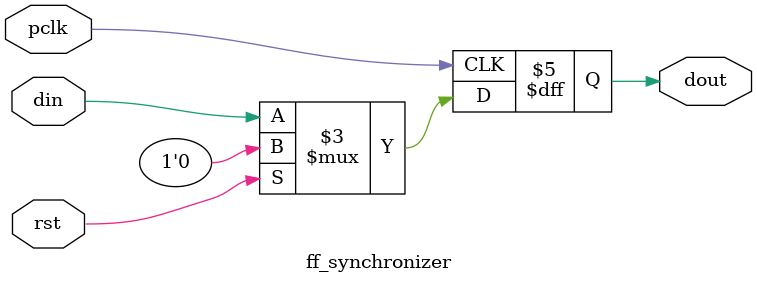
<source format=v>
`timescale 1ns / 1ps


module ff_synchronizer #(parameter WIDTH = 1)
   (
    input wire pclk,
    input wire rst,
    input wire [WIDTH - 1 : 0] din,
    output reg [WIDTH - 1 : 0] dout
    );
    
    always@(posedge pclk)
    begin
        if(rst)
            dout <= 0;
        else
            dout <= din;
    end
    
endmodule
</source>
